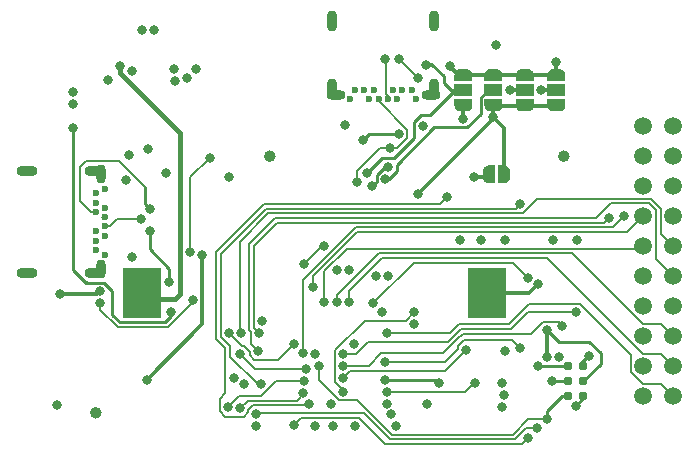
<source format=gbl>
G04 #@! TF.GenerationSoftware,KiCad,Pcbnew,(5.1.6-0-10_14)*
G04 #@! TF.CreationDate,2021-09-10T12:16:29-05:00*
G04 #@! TF.ProjectId,DFC_REV_D,4446435f-5245-4565-9f44-2e6b69636164,rev?*
G04 #@! TF.SameCoordinates,Original*
G04 #@! TF.FileFunction,Copper,L4,Bot*
G04 #@! TF.FilePolarity,Positive*
%FSLAX46Y46*%
G04 Gerber Fmt 4.6, Leading zero omitted, Abs format (unit mm)*
G04 Created by KiCad (PCBNEW (5.1.6-0-10_14)) date 2021-09-10 12:16:29*
%MOMM*%
%LPD*%
G01*
G04 APERTURE LIST*
G04 #@! TA.AperFunction,SMDPad,CuDef*
%ADD10C,0.100000*%
G04 #@! TD*
G04 #@! TA.AperFunction,SMDPad,CuDef*
%ADD11R,3.302000X4.318000*%
G04 #@! TD*
G04 #@! TA.AperFunction,ConnectorPad*
%ADD12C,0.787400*%
G04 #@! TD*
G04 #@! TA.AperFunction,ComponentPad*
%ADD13O,1.800000X0.900000*%
G04 #@! TD*
G04 #@! TA.AperFunction,ComponentPad*
%ADD14C,0.600000*%
G04 #@! TD*
G04 #@! TA.AperFunction,ComponentPad*
%ADD15O,0.800000X1.600000*%
G04 #@! TD*
G04 #@! TA.AperFunction,ComponentPad*
%ADD16O,0.900000X1.800000*%
G04 #@! TD*
G04 #@! TA.AperFunction,ComponentPad*
%ADD17O,1.600000X0.800000*%
G04 #@! TD*
G04 #@! TA.AperFunction,ComponentPad*
%ADD18C,1.498600*%
G04 #@! TD*
G04 #@! TA.AperFunction,SMDPad,CuDef*
%ADD19R,1.500000X1.000000*%
G04 #@! TD*
G04 #@! TA.AperFunction,ViaPad*
%ADD20C,0.800000*%
G04 #@! TD*
G04 #@! TA.AperFunction,Conductor*
%ADD21C,0.250000*%
G04 #@! TD*
G04 #@! TA.AperFunction,Conductor*
%ADD22C,0.320000*%
G04 #@! TD*
G04 #@! TA.AperFunction,Conductor*
%ADD23C,0.406400*%
G04 #@! TD*
G04 #@! TA.AperFunction,Conductor*
%ADD24C,0.200000*%
G04 #@! TD*
G04 #@! TA.AperFunction,Conductor*
%ADD25C,0.152400*%
G04 #@! TD*
G04 APERTURE END LIST*
G04 #@! TA.AperFunction,SMDPad,CuDef*
D10*
G36*
X165115000Y-90055602D02*
G01*
X165139534Y-90055602D01*
X165188365Y-90060412D01*
X165236490Y-90069984D01*
X165283445Y-90084228D01*
X165328778Y-90103005D01*
X165372051Y-90126136D01*
X165412850Y-90153396D01*
X165450779Y-90184524D01*
X165485476Y-90219221D01*
X165516604Y-90257150D01*
X165543864Y-90297949D01*
X165566995Y-90341222D01*
X165585772Y-90386555D01*
X165600016Y-90433510D01*
X165609588Y-90481635D01*
X165614398Y-90530466D01*
X165614398Y-90555000D01*
X165615000Y-90555000D01*
X165615000Y-91055000D01*
X165614398Y-91055000D01*
X165614398Y-91079534D01*
X165609588Y-91128365D01*
X165600016Y-91176490D01*
X165585772Y-91223445D01*
X165566995Y-91268778D01*
X165543864Y-91312051D01*
X165516604Y-91352850D01*
X165485476Y-91390779D01*
X165450779Y-91425476D01*
X165412850Y-91456604D01*
X165372051Y-91483864D01*
X165328778Y-91506995D01*
X165283445Y-91525772D01*
X165236490Y-91540016D01*
X165188365Y-91549588D01*
X165139534Y-91554398D01*
X165115000Y-91554398D01*
X165115000Y-91555000D01*
X164615000Y-91555000D01*
X164615000Y-90055000D01*
X165115000Y-90055000D01*
X165115000Y-90055602D01*
G37*
G04 #@! TD.AperFunction*
G04 #@! TA.AperFunction,SMDPad,CuDef*
G36*
X164315000Y-91555000D02*
G01*
X163815000Y-91555000D01*
X163815000Y-91554398D01*
X163790466Y-91554398D01*
X163741635Y-91549588D01*
X163693510Y-91540016D01*
X163646555Y-91525772D01*
X163601222Y-91506995D01*
X163557949Y-91483864D01*
X163517150Y-91456604D01*
X163479221Y-91425476D01*
X163444524Y-91390779D01*
X163413396Y-91352850D01*
X163386136Y-91312051D01*
X163363005Y-91268778D01*
X163344228Y-91223445D01*
X163329984Y-91176490D01*
X163320412Y-91128365D01*
X163315602Y-91079534D01*
X163315602Y-91055000D01*
X163315000Y-91055000D01*
X163315000Y-90555000D01*
X163315602Y-90555000D01*
X163315602Y-90530466D01*
X163320412Y-90481635D01*
X163329984Y-90433510D01*
X163344228Y-90386555D01*
X163363005Y-90341222D01*
X163386136Y-90297949D01*
X163413396Y-90257150D01*
X163444524Y-90219221D01*
X163479221Y-90184524D01*
X163517150Y-90153396D01*
X163557949Y-90126136D01*
X163601222Y-90103005D01*
X163646555Y-90084228D01*
X163693510Y-90069984D01*
X163741635Y-90060412D01*
X163790466Y-90055602D01*
X163815000Y-90055602D01*
X163815000Y-90055000D01*
X164315000Y-90055000D01*
X164315000Y-91555000D01*
G37*
G04 #@! TD.AperFunction*
D11*
X134493000Y-100838000D03*
X163703000Y-100838000D03*
D12*
X171831000Y-107061000D03*
X170561000Y-107061000D03*
X171831000Y-108331000D03*
X170561000Y-108331000D03*
X171831000Y-109601000D03*
X170561000Y-109601000D03*
G04 #@! TA.AperFunction,SMDPad,CuDef*
G36*
G01*
X144788000Y-89281000D02*
X144788000Y-89281000D01*
G75*
G02*
X145288000Y-88781000I500000J0D01*
G01*
X145288000Y-88781000D01*
G75*
G02*
X145788000Y-89281000I0J-500000D01*
G01*
X145788000Y-89281000D01*
G75*
G02*
X145288000Y-89781000I-500000J0D01*
G01*
X145288000Y-89781000D01*
G75*
G02*
X144788000Y-89281000I0J500000D01*
G01*
G37*
G04 #@! TD.AperFunction*
G04 #@! TA.AperFunction,SMDPad,CuDef*
G36*
G01*
X130056000Y-110998000D02*
X130056000Y-110998000D01*
G75*
G02*
X130556000Y-110498000I500000J0D01*
G01*
X130556000Y-110498000D01*
G75*
G02*
X131056000Y-110998000I0J-500000D01*
G01*
X131056000Y-110998000D01*
G75*
G02*
X130556000Y-111498000I-500000J0D01*
G01*
X130556000Y-111498000D01*
G75*
G02*
X130056000Y-110998000I0J500000D01*
G01*
G37*
G04 #@! TD.AperFunction*
G04 #@! TA.AperFunction,SMDPad,CuDef*
G36*
G01*
X169680000Y-89281000D02*
X169680000Y-89281000D01*
G75*
G02*
X170180000Y-88781000I500000J0D01*
G01*
X170180000Y-88781000D01*
G75*
G02*
X170680000Y-89281000I0J-500000D01*
G01*
X170680000Y-89281000D01*
G75*
G02*
X170180000Y-89781000I-500000J0D01*
G01*
X170180000Y-89781000D01*
G75*
G02*
X169680000Y-89281000I0J500000D01*
G01*
G37*
G04 #@! TD.AperFunction*
D13*
X124753400Y-99155000D03*
X124753400Y-90495000D03*
D14*
X130603400Y-97225000D03*
X130603400Y-96425000D03*
X130603400Y-95625000D03*
X130603400Y-92425000D03*
X130603400Y-93225000D03*
X130603400Y-94025000D03*
X131303400Y-97625000D03*
X131303400Y-96025000D03*
X131303400Y-95225000D03*
X131303400Y-92025000D03*
X131303400Y-93625000D03*
D15*
X130953400Y-90820000D03*
D14*
X131303400Y-94425000D03*
D15*
X130953400Y-98830000D03*
D13*
X130453400Y-99155000D03*
X130453400Y-90495000D03*
D16*
X159221500Y-83565000D03*
X150561500Y-83565000D03*
D17*
X150886500Y-84065000D03*
D14*
X155291500Y-84415000D03*
D17*
X158896500Y-84065000D03*
D14*
X156091500Y-84415000D03*
X157691500Y-84415000D03*
X154491500Y-84415000D03*
X153691500Y-84415000D03*
X152091500Y-84415000D03*
X155691500Y-83715000D03*
X156491500Y-83715000D03*
X157291500Y-83715000D03*
X154091500Y-83715000D03*
X153291500Y-83715000D03*
X152491500Y-83715000D03*
D16*
X159221500Y-77865000D03*
X150561500Y-77865000D03*
D18*
X179451000Y-86741000D03*
X176911000Y-86741000D03*
X179451000Y-89281000D03*
X176911000Y-89281000D03*
X179451000Y-91821000D03*
X176911000Y-91821000D03*
X179451000Y-94361000D03*
X176911000Y-94361000D03*
X179451000Y-96901000D03*
X176911000Y-96901000D03*
X179451000Y-99441000D03*
X176911000Y-99441000D03*
X179451000Y-101981000D03*
X176911000Y-101981000D03*
X179451000Y-104521000D03*
X176911000Y-104521000D03*
X179451000Y-107061000D03*
X176911000Y-107061000D03*
X179451000Y-109601000D03*
X176911000Y-109601000D03*
D19*
X161671000Y-83693000D03*
G04 #@! TA.AperFunction,SMDPad,CuDef*
D10*
G36*
X162420398Y-84993000D02*
G01*
X162420398Y-85017534D01*
X162415588Y-85066365D01*
X162406016Y-85114490D01*
X162391772Y-85161445D01*
X162372995Y-85206778D01*
X162349864Y-85250051D01*
X162322604Y-85290850D01*
X162291476Y-85328779D01*
X162256779Y-85363476D01*
X162218850Y-85394604D01*
X162178051Y-85421864D01*
X162134778Y-85444995D01*
X162089445Y-85463772D01*
X162042490Y-85478016D01*
X161994365Y-85487588D01*
X161945534Y-85492398D01*
X161921000Y-85492398D01*
X161921000Y-85493000D01*
X161421000Y-85493000D01*
X161421000Y-85492398D01*
X161396466Y-85492398D01*
X161347635Y-85487588D01*
X161299510Y-85478016D01*
X161252555Y-85463772D01*
X161207222Y-85444995D01*
X161163949Y-85421864D01*
X161123150Y-85394604D01*
X161085221Y-85363476D01*
X161050524Y-85328779D01*
X161019396Y-85290850D01*
X160992136Y-85250051D01*
X160969005Y-85206778D01*
X160950228Y-85161445D01*
X160935984Y-85114490D01*
X160926412Y-85066365D01*
X160921602Y-85017534D01*
X160921602Y-84993000D01*
X160921000Y-84993000D01*
X160921000Y-84443000D01*
X162421000Y-84443000D01*
X162421000Y-84993000D01*
X162420398Y-84993000D01*
G37*
G04 #@! TD.AperFunction*
G04 #@! TA.AperFunction,SMDPad,CuDef*
G36*
X160921000Y-82943000D02*
G01*
X160921000Y-82393000D01*
X160921602Y-82393000D01*
X160921602Y-82368466D01*
X160926412Y-82319635D01*
X160935984Y-82271510D01*
X160950228Y-82224555D01*
X160969005Y-82179222D01*
X160992136Y-82135949D01*
X161019396Y-82095150D01*
X161050524Y-82057221D01*
X161085221Y-82022524D01*
X161123150Y-81991396D01*
X161163949Y-81964136D01*
X161207222Y-81941005D01*
X161252555Y-81922228D01*
X161299510Y-81907984D01*
X161347635Y-81898412D01*
X161396466Y-81893602D01*
X161421000Y-81893602D01*
X161421000Y-81893000D01*
X161921000Y-81893000D01*
X161921000Y-81893602D01*
X161945534Y-81893602D01*
X161994365Y-81898412D01*
X162042490Y-81907984D01*
X162089445Y-81922228D01*
X162134778Y-81941005D01*
X162178051Y-81964136D01*
X162218850Y-81991396D01*
X162256779Y-82022524D01*
X162291476Y-82057221D01*
X162322604Y-82095150D01*
X162349864Y-82135949D01*
X162372995Y-82179222D01*
X162391772Y-82224555D01*
X162406016Y-82271510D01*
X162415588Y-82319635D01*
X162420398Y-82368466D01*
X162420398Y-82393000D01*
X162421000Y-82393000D01*
X162421000Y-82943000D01*
X160921000Y-82943000D01*
G37*
G04 #@! TD.AperFunction*
D19*
X164211000Y-83693000D03*
G04 #@! TA.AperFunction,SMDPad,CuDef*
D10*
G36*
X164960398Y-84993000D02*
G01*
X164960398Y-85017534D01*
X164955588Y-85066365D01*
X164946016Y-85114490D01*
X164931772Y-85161445D01*
X164912995Y-85206778D01*
X164889864Y-85250051D01*
X164862604Y-85290850D01*
X164831476Y-85328779D01*
X164796779Y-85363476D01*
X164758850Y-85394604D01*
X164718051Y-85421864D01*
X164674778Y-85444995D01*
X164629445Y-85463772D01*
X164582490Y-85478016D01*
X164534365Y-85487588D01*
X164485534Y-85492398D01*
X164461000Y-85492398D01*
X164461000Y-85493000D01*
X163961000Y-85493000D01*
X163961000Y-85492398D01*
X163936466Y-85492398D01*
X163887635Y-85487588D01*
X163839510Y-85478016D01*
X163792555Y-85463772D01*
X163747222Y-85444995D01*
X163703949Y-85421864D01*
X163663150Y-85394604D01*
X163625221Y-85363476D01*
X163590524Y-85328779D01*
X163559396Y-85290850D01*
X163532136Y-85250051D01*
X163509005Y-85206778D01*
X163490228Y-85161445D01*
X163475984Y-85114490D01*
X163466412Y-85066365D01*
X163461602Y-85017534D01*
X163461602Y-84993000D01*
X163461000Y-84993000D01*
X163461000Y-84443000D01*
X164961000Y-84443000D01*
X164961000Y-84993000D01*
X164960398Y-84993000D01*
G37*
G04 #@! TD.AperFunction*
G04 #@! TA.AperFunction,SMDPad,CuDef*
G36*
X163461000Y-82943000D02*
G01*
X163461000Y-82393000D01*
X163461602Y-82393000D01*
X163461602Y-82368466D01*
X163466412Y-82319635D01*
X163475984Y-82271510D01*
X163490228Y-82224555D01*
X163509005Y-82179222D01*
X163532136Y-82135949D01*
X163559396Y-82095150D01*
X163590524Y-82057221D01*
X163625221Y-82022524D01*
X163663150Y-81991396D01*
X163703949Y-81964136D01*
X163747222Y-81941005D01*
X163792555Y-81922228D01*
X163839510Y-81907984D01*
X163887635Y-81898412D01*
X163936466Y-81893602D01*
X163961000Y-81893602D01*
X163961000Y-81893000D01*
X164461000Y-81893000D01*
X164461000Y-81893602D01*
X164485534Y-81893602D01*
X164534365Y-81898412D01*
X164582490Y-81907984D01*
X164629445Y-81922228D01*
X164674778Y-81941005D01*
X164718051Y-81964136D01*
X164758850Y-81991396D01*
X164796779Y-82022524D01*
X164831476Y-82057221D01*
X164862604Y-82095150D01*
X164889864Y-82135949D01*
X164912995Y-82179222D01*
X164931772Y-82224555D01*
X164946016Y-82271510D01*
X164955588Y-82319635D01*
X164960398Y-82368466D01*
X164960398Y-82393000D01*
X164961000Y-82393000D01*
X164961000Y-82943000D01*
X163461000Y-82943000D01*
G37*
G04 #@! TD.AperFunction*
D19*
X169545000Y-83693000D03*
G04 #@! TA.AperFunction,SMDPad,CuDef*
D10*
G36*
X168795602Y-82393000D02*
G01*
X168795602Y-82368466D01*
X168800412Y-82319635D01*
X168809984Y-82271510D01*
X168824228Y-82224555D01*
X168843005Y-82179222D01*
X168866136Y-82135949D01*
X168893396Y-82095150D01*
X168924524Y-82057221D01*
X168959221Y-82022524D01*
X168997150Y-81991396D01*
X169037949Y-81964136D01*
X169081222Y-81941005D01*
X169126555Y-81922228D01*
X169173510Y-81907984D01*
X169221635Y-81898412D01*
X169270466Y-81893602D01*
X169295000Y-81893602D01*
X169295000Y-81893000D01*
X169795000Y-81893000D01*
X169795000Y-81893602D01*
X169819534Y-81893602D01*
X169868365Y-81898412D01*
X169916490Y-81907984D01*
X169963445Y-81922228D01*
X170008778Y-81941005D01*
X170052051Y-81964136D01*
X170092850Y-81991396D01*
X170130779Y-82022524D01*
X170165476Y-82057221D01*
X170196604Y-82095150D01*
X170223864Y-82135949D01*
X170246995Y-82179222D01*
X170265772Y-82224555D01*
X170280016Y-82271510D01*
X170289588Y-82319635D01*
X170294398Y-82368466D01*
X170294398Y-82393000D01*
X170295000Y-82393000D01*
X170295000Y-82943000D01*
X168795000Y-82943000D01*
X168795000Y-82393000D01*
X168795602Y-82393000D01*
G37*
G04 #@! TD.AperFunction*
G04 #@! TA.AperFunction,SMDPad,CuDef*
G36*
X170295000Y-84443000D02*
G01*
X170295000Y-84993000D01*
X170294398Y-84993000D01*
X170294398Y-85017534D01*
X170289588Y-85066365D01*
X170280016Y-85114490D01*
X170265772Y-85161445D01*
X170246995Y-85206778D01*
X170223864Y-85250051D01*
X170196604Y-85290850D01*
X170165476Y-85328779D01*
X170130779Y-85363476D01*
X170092850Y-85394604D01*
X170052051Y-85421864D01*
X170008778Y-85444995D01*
X169963445Y-85463772D01*
X169916490Y-85478016D01*
X169868365Y-85487588D01*
X169819534Y-85492398D01*
X169795000Y-85492398D01*
X169795000Y-85493000D01*
X169295000Y-85493000D01*
X169295000Y-85492398D01*
X169270466Y-85492398D01*
X169221635Y-85487588D01*
X169173510Y-85478016D01*
X169126555Y-85463772D01*
X169081222Y-85444995D01*
X169037949Y-85421864D01*
X168997150Y-85394604D01*
X168959221Y-85363476D01*
X168924524Y-85328779D01*
X168893396Y-85290850D01*
X168866136Y-85250051D01*
X168843005Y-85206778D01*
X168824228Y-85161445D01*
X168809984Y-85114490D01*
X168800412Y-85066365D01*
X168795602Y-85017534D01*
X168795602Y-84993000D01*
X168795000Y-84993000D01*
X168795000Y-84443000D01*
X170295000Y-84443000D01*
G37*
G04 #@! TD.AperFunction*
G04 #@! TA.AperFunction,SMDPad,CuDef*
G36*
X166128000Y-82943000D02*
G01*
X166128000Y-82393000D01*
X166128602Y-82393000D01*
X166128602Y-82368466D01*
X166133412Y-82319635D01*
X166142984Y-82271510D01*
X166157228Y-82224555D01*
X166176005Y-82179222D01*
X166199136Y-82135949D01*
X166226396Y-82095150D01*
X166257524Y-82057221D01*
X166292221Y-82022524D01*
X166330150Y-81991396D01*
X166370949Y-81964136D01*
X166414222Y-81941005D01*
X166459555Y-81922228D01*
X166506510Y-81907984D01*
X166554635Y-81898412D01*
X166603466Y-81893602D01*
X166628000Y-81893602D01*
X166628000Y-81893000D01*
X167128000Y-81893000D01*
X167128000Y-81893602D01*
X167152534Y-81893602D01*
X167201365Y-81898412D01*
X167249490Y-81907984D01*
X167296445Y-81922228D01*
X167341778Y-81941005D01*
X167385051Y-81964136D01*
X167425850Y-81991396D01*
X167463779Y-82022524D01*
X167498476Y-82057221D01*
X167529604Y-82095150D01*
X167556864Y-82135949D01*
X167579995Y-82179222D01*
X167598772Y-82224555D01*
X167613016Y-82271510D01*
X167622588Y-82319635D01*
X167627398Y-82368466D01*
X167627398Y-82393000D01*
X167628000Y-82393000D01*
X167628000Y-82943000D01*
X166128000Y-82943000D01*
G37*
G04 #@! TD.AperFunction*
G04 #@! TA.AperFunction,SMDPad,CuDef*
G36*
X167627398Y-84993000D02*
G01*
X167627398Y-85017534D01*
X167622588Y-85066365D01*
X167613016Y-85114490D01*
X167598772Y-85161445D01*
X167579995Y-85206778D01*
X167556864Y-85250051D01*
X167529604Y-85290850D01*
X167498476Y-85328779D01*
X167463779Y-85363476D01*
X167425850Y-85394604D01*
X167385051Y-85421864D01*
X167341778Y-85444995D01*
X167296445Y-85463772D01*
X167249490Y-85478016D01*
X167201365Y-85487588D01*
X167152534Y-85492398D01*
X167128000Y-85492398D01*
X167128000Y-85493000D01*
X166628000Y-85493000D01*
X166628000Y-85492398D01*
X166603466Y-85492398D01*
X166554635Y-85487588D01*
X166506510Y-85478016D01*
X166459555Y-85463772D01*
X166414222Y-85444995D01*
X166370949Y-85421864D01*
X166330150Y-85394604D01*
X166292221Y-85363476D01*
X166257524Y-85328779D01*
X166226396Y-85290850D01*
X166199136Y-85250051D01*
X166176005Y-85206778D01*
X166157228Y-85161445D01*
X166142984Y-85114490D01*
X166133412Y-85066365D01*
X166128602Y-85017534D01*
X166128602Y-84993000D01*
X166128000Y-84993000D01*
X166128000Y-84443000D01*
X167628000Y-84443000D01*
X167628000Y-84993000D01*
X167627398Y-84993000D01*
G37*
G04 #@! TD.AperFunction*
D19*
X166878000Y-83693000D03*
D20*
X149860000Y-96901000D03*
X148209000Y-98425000D03*
X168021000Y-100076000D03*
X152400000Y-105156000D03*
X165227000Y-105791000D03*
X152527000Y-112141000D03*
X133096000Y-91313000D03*
X158242000Y-86741000D03*
X151638000Y-86614000D03*
X149098000Y-112141000D03*
X144145000Y-112141000D03*
X150495000Y-110236000D03*
X155194000Y-110236000D03*
X141859000Y-91059000D03*
X155321000Y-99441000D03*
X152019000Y-98933000D03*
X154813000Y-102489000D03*
X157480000Y-103505000D03*
X158623000Y-110236000D03*
X135001000Y-88646000D03*
X136525000Y-90678000D03*
X137160000Y-81915000D03*
X139065000Y-81915000D03*
X169291000Y-96393000D03*
X171323000Y-96393000D03*
X164465000Y-79883000D03*
X127254000Y-110363000D03*
X128651000Y-83820000D03*
X155956000Y-112141000D03*
X133604000Y-97790000D03*
X149098000Y-106045000D03*
X144653000Y-103251000D03*
X143129000Y-108585000D03*
X155575000Y-111125000D03*
X150622000Y-112141000D03*
X164973000Y-108458000D03*
X164973000Y-110490000D03*
X161417000Y-96393000D03*
X163195000Y-96393000D03*
X165227000Y-96393000D03*
X171196000Y-110426500D03*
X135509000Y-78613000D03*
X142240000Y-108077000D03*
X137287000Y-82931000D03*
X133604000Y-82042000D03*
X151003000Y-98933000D03*
X154305000Y-99441000D03*
X133350000Y-89154000D03*
X131572000Y-82804000D03*
X128651000Y-84836000D03*
X165100000Y-109474000D03*
X169799000Y-106299000D03*
X172339000Y-106172000D03*
X134493000Y-78613000D03*
X138303000Y-82677000D03*
X132588000Y-81661000D03*
X144526000Y-108585000D03*
X168783000Y-106299000D03*
X168783000Y-104013000D03*
X166497000Y-93345000D03*
X144272000Y-105791000D03*
X144399000Y-104267000D03*
X173990000Y-94488000D03*
X142875000Y-104267000D03*
X141859000Y-104267000D03*
X147320000Y-105156000D03*
X136906000Y-102489000D03*
X128651000Y-86868000D03*
X168783000Y-111506000D03*
X149479000Y-107061000D03*
X167894000Y-112268000D03*
X144145000Y-111125000D03*
X169164000Y-108331000D03*
X167132000Y-113157000D03*
X147320000Y-112014000D03*
X168021000Y-107061000D03*
X148082000Y-109347000D03*
X142748000Y-110617000D03*
X148209000Y-108331000D03*
X141732000Y-110490000D03*
X148336000Y-107315000D03*
X142748000Y-106045000D03*
X155067000Y-108204000D03*
X159639000Y-108458000D03*
X130937000Y-100711000D03*
X127508000Y-100965000D03*
X169545000Y-81280000D03*
X160528000Y-81661000D03*
X134874000Y-108204000D03*
X161671000Y-86106000D03*
X164211000Y-85979000D03*
X139573000Y-97663000D03*
X157861000Y-92456000D03*
X162560000Y-91059000D03*
X155194000Y-109220000D03*
X162687000Y-108458000D03*
X161925000Y-105664000D03*
X151511000Y-108077000D03*
X157480000Y-102489000D03*
X151511000Y-109220000D03*
X160274000Y-92710000D03*
X148590000Y-110236000D03*
X155067000Y-106680000D03*
X166497000Y-105537000D03*
X165608000Y-83693000D03*
X155498482Y-88569482D03*
X152654000Y-91440000D03*
X134366000Y-94615000D03*
X130937000Y-101711003D03*
X138811000Y-101473000D03*
X168275000Y-83693000D03*
X155067000Y-81026000D03*
X135128000Y-95631000D03*
X155321000Y-90170000D03*
X153924000Y-91821000D03*
X136779000Y-99949000D03*
X157861000Y-82677000D03*
X156210000Y-81026000D03*
X135128000Y-93726000D03*
X153543000Y-90678000D03*
X158496000Y-81534000D03*
X155067000Y-91186000D03*
X153162000Y-87884000D03*
X156210000Y-87376000D03*
X154051000Y-101727000D03*
X167132000Y-99568000D03*
X138557000Y-97409000D03*
X140208000Y-89408000D03*
X155194000Y-104267000D03*
X152019000Y-101600000D03*
X151511000Y-106045000D03*
X171196000Y-102489000D03*
X150939500Y-101600000D03*
X149860000Y-101600000D03*
X148971000Y-100330000D03*
X148082000Y-105918000D03*
X175260000Y-94361000D03*
X151511000Y-107061000D03*
X170053000Y-103632000D03*
D21*
X171831000Y-109601000D02*
X171831000Y-109855000D01*
X171831000Y-109791500D02*
X171196000Y-110426500D01*
X171831000Y-109601000D02*
X171831000Y-109791500D01*
D22*
X167259000Y-100838000D02*
X168021000Y-100076000D01*
X163703000Y-100838000D02*
X167259000Y-100838000D01*
X171831000Y-107061000D02*
X171831000Y-106934000D01*
X171831000Y-107061000D02*
X171831000Y-106807000D01*
X171831000Y-106680000D02*
X172339000Y-106172000D01*
X171831000Y-107061000D02*
X171831000Y-106680000D01*
D23*
X132588000Y-82214738D02*
X132588000Y-81661000D01*
X137709201Y-87335939D02*
X132588000Y-82214738D01*
X134493000Y-100838000D02*
X135042201Y-101387201D01*
X137709201Y-100969537D02*
X137709201Y-87335939D01*
X137291537Y-101387201D02*
X137709201Y-100969537D01*
X135042201Y-101387201D02*
X137291537Y-101387201D01*
D24*
X141158999Y-104582999D02*
X141158999Y-97543302D01*
X141158999Y-97543302D02*
X144976301Y-93726000D01*
X166116000Y-93726000D02*
X166497000Y-93345000D01*
X144976301Y-93726000D02*
X166116000Y-93726000D01*
X141924011Y-105348011D02*
X141158999Y-104582999D01*
X141924011Y-106257013D02*
X141924011Y-105348011D01*
X144251998Y-108585000D02*
X141924011Y-106257013D01*
X144526000Y-108585000D02*
X144251998Y-108585000D01*
D21*
X173318001Y-106843999D02*
X171831000Y-108331000D01*
X173318001Y-105950999D02*
X173318001Y-106843999D01*
X169740699Y-104970699D02*
X172337701Y-104970699D01*
X172337701Y-104970699D02*
X173318001Y-105950999D01*
X168783000Y-104013000D02*
X169740699Y-104970699D01*
D22*
X168783000Y-104013000D02*
X168783000Y-106299000D01*
D24*
X143552989Y-103986688D02*
X143552989Y-96731011D01*
X143698999Y-104132698D02*
X143552989Y-103986688D01*
X143698999Y-105217999D02*
X143698999Y-104132698D01*
X143552989Y-96731011D02*
X145757980Y-94526020D01*
X144272000Y-105791000D02*
X143698999Y-105217999D01*
X172917602Y-94526020D02*
X145757980Y-94526020D01*
X177960301Y-93857335D02*
X177373277Y-93270311D01*
X177960301Y-97950301D02*
X177960301Y-93857335D01*
X179451000Y-99441000D02*
X177960301Y-97950301D01*
X174173311Y-93270311D02*
X172917602Y-94526020D01*
X177373277Y-93270311D02*
X174173311Y-93270311D01*
X173551970Y-94926030D02*
X173990000Y-94488000D01*
X145923668Y-94926030D02*
X173551970Y-94926030D01*
X143952999Y-96896699D02*
X145923668Y-94926030D01*
X143952999Y-103820999D02*
X143952999Y-96896699D01*
X144399000Y-104267000D02*
X143952999Y-103820999D01*
X142748000Y-104140000D02*
X142875000Y-104267000D01*
X166751992Y-94126010D02*
X145141990Y-94126010D01*
X179451000Y-96901000D02*
X178401699Y-95851699D01*
X142748000Y-96520000D02*
X142748000Y-104140000D01*
X168021000Y-92857002D02*
X166751992Y-94126010D01*
X145141990Y-94126010D02*
X142748000Y-96520000D01*
X168034299Y-92870301D02*
X168021000Y-92857002D01*
X177538965Y-92870301D02*
X168034299Y-92870301D01*
X178401699Y-93733035D02*
X177538965Y-92870301D01*
X178401699Y-95851699D02*
X178401699Y-93733035D01*
X142936999Y-105344999D02*
X143084001Y-105344999D01*
X143571999Y-106127001D02*
X143935999Y-106491001D01*
X143571999Y-105832997D02*
X143571999Y-106127001D01*
X143084001Y-105344999D02*
X143571999Y-105832997D01*
X145984999Y-106491001D02*
X147320000Y-105156000D01*
X143935999Y-106491001D02*
X145984999Y-106491001D01*
X141859000Y-104267000D02*
X142936999Y-105344999D01*
D21*
X129773725Y-99985999D02*
X129717736Y-99930010D01*
X128651000Y-98898629D02*
X128651000Y-86868000D01*
X129738370Y-99985999D02*
X128651000Y-98898629D01*
X129773725Y-99985999D02*
X129738370Y-99985999D01*
X136404001Y-103322001D02*
X136906000Y-102820002D01*
X131285001Y-99985999D02*
X131953000Y-100653998D01*
X131953000Y-102693002D02*
X132581999Y-103322001D01*
X131953000Y-100653998D02*
X131953000Y-102693002D01*
X136906000Y-102820002D02*
X136906000Y-102489000D01*
X132581999Y-103322001D02*
X136404001Y-103322001D01*
X129773725Y-99985999D02*
X131285001Y-99985999D01*
D24*
X168721001Y-111567999D02*
X168783000Y-111506000D01*
X167119300Y-111567999D02*
X168721001Y-111567999D01*
X165846299Y-112841001D02*
X167119300Y-111567999D01*
X155619999Y-112841001D02*
X165846299Y-112841001D01*
X152698998Y-109920001D02*
X155619999Y-112841001D01*
X151174999Y-109920001D02*
X152698998Y-109920001D01*
X149479000Y-108224002D02*
X151174999Y-109920001D01*
X149479000Y-107061000D02*
X149479000Y-108224002D01*
D21*
X168783000Y-110822225D02*
X168783000Y-111506000D01*
X170004225Y-109601000D02*
X168783000Y-110822225D01*
X170561000Y-109601000D02*
X170004225Y-109601000D01*
D24*
X144145000Y-111125000D02*
X144151310Y-111118690D01*
X144206999Y-111063001D02*
X144145000Y-111125000D01*
X153250150Y-111036851D02*
X155454310Y-113241011D01*
X144233149Y-111036851D02*
X153250150Y-111036851D01*
X144145000Y-111125000D02*
X144233149Y-111036851D01*
X166984998Y-112268000D02*
X167894000Y-112268000D01*
X166011987Y-113241011D02*
X166984998Y-112268000D01*
X155454310Y-113241011D02*
X166011987Y-113241011D01*
D21*
X170561000Y-108331000D02*
X169164000Y-108331000D01*
D24*
X147893001Y-111440999D02*
X147320000Y-112014000D01*
X152863001Y-111440999D02*
X147893001Y-111440999D01*
X153553001Y-112130999D02*
X152863001Y-111440999D01*
X153967981Y-112545979D02*
X153553001Y-112130999D01*
X167140400Y-113030000D02*
X167259000Y-113030000D01*
D21*
X168021000Y-107061000D02*
X170561000Y-107061000D01*
D24*
X166647979Y-113641021D02*
X167132000Y-113157000D01*
X155063023Y-113641021D02*
X166647979Y-113641021D01*
X153553001Y-112130999D02*
X155063023Y-113641021D01*
X143402010Y-109962990D02*
X142748000Y-110617000D01*
X147573008Y-109962990D02*
X143402010Y-109962990D01*
X148188998Y-109347000D02*
X147573008Y-109962990D01*
X148082000Y-109347000D02*
X148188998Y-109347000D01*
X142659020Y-109562980D02*
X141732000Y-110490000D01*
X144564020Y-109562980D02*
X142659020Y-109562980D01*
X145796000Y-108331000D02*
X144564020Y-109562980D01*
X148209000Y-108331000D02*
X145796000Y-108331000D01*
X144018000Y-107315000D02*
X142748000Y-106045000D01*
X148336000Y-107315000D02*
X144018000Y-107315000D01*
D21*
X159385000Y-108204000D02*
X159639000Y-108458000D01*
X155067000Y-108204000D02*
X159385000Y-108204000D01*
D22*
X169545000Y-82139000D02*
X169291000Y-82393000D01*
X169545000Y-81280000D02*
X169545000Y-82139000D01*
X169291000Y-82393000D02*
X161671000Y-82393000D01*
X161671000Y-82393000D02*
X161260000Y-82393000D01*
X161260000Y-82393000D02*
X160528000Y-81661000D01*
X130683000Y-100965000D02*
X130937000Y-100711000D01*
X127508000Y-100965000D02*
X130683000Y-100965000D01*
X161671000Y-86106000D02*
X161671000Y-84993000D01*
X169291000Y-84993000D02*
X164211000Y-84993000D01*
X139573000Y-103505000D02*
X134874000Y-108204000D01*
X139573000Y-97663000D02*
X139573000Y-103505000D01*
X164211000Y-86106000D02*
X164211000Y-85979000D01*
X157861000Y-92456000D02*
X164211000Y-86106000D01*
X164211000Y-84993000D02*
X164211000Y-85979000D01*
X165115000Y-86883000D02*
X164211000Y-85979000D01*
X165115000Y-90805000D02*
X165115000Y-86883000D01*
X163561000Y-91059000D02*
X163815000Y-90805000D01*
X162560000Y-91059000D02*
X163561000Y-91059000D01*
D24*
X155194000Y-109093000D02*
X155386001Y-109285001D01*
X162539998Y-108458000D02*
X162687000Y-108458000D01*
X161777998Y-109220000D02*
X162539998Y-108458000D01*
X155194000Y-109220000D02*
X161777998Y-109220000D01*
X151531002Y-108331000D02*
X151511000Y-108331000D01*
X160085001Y-107503999D02*
X161925000Y-105664000D01*
X152084001Y-107503999D02*
X160085001Y-107503999D01*
X151511000Y-108077000D02*
X152084001Y-107503999D01*
X151363998Y-109220000D02*
X151511000Y-109220000D01*
X156779999Y-103189001D02*
X157480000Y-102489000D01*
X153330997Y-103189001D02*
X156779999Y-103189001D01*
X150810999Y-108413001D02*
X150810999Y-105708999D01*
X151511000Y-109113002D02*
X150810999Y-108413001D01*
X150810999Y-105708999D02*
X153330997Y-103189001D01*
X151511000Y-109220000D02*
X151511000Y-109113002D01*
X140758989Y-97377613D02*
X144810612Y-93325990D01*
X140758989Y-104748688D02*
X140758989Y-97377613D01*
X141524001Y-105513699D02*
X140758989Y-104748688D01*
X141031999Y-110826001D02*
X141031999Y-109825003D01*
X141522999Y-111317001D02*
X141031999Y-110826001D01*
X141524001Y-109333001D02*
X141524001Y-105513699D01*
X143084001Y-111317001D02*
X141522999Y-111317001D01*
X143870998Y-110363000D02*
X143448001Y-110785997D01*
X141031999Y-109825003D02*
X141524001Y-109333001D01*
X148590000Y-110236000D02*
X148463000Y-110363000D01*
X143448001Y-110953001D02*
X143084001Y-111317001D01*
X143448001Y-110785997D02*
X143448001Y-110953001D01*
X148463000Y-110363000D02*
X143870998Y-110363000D01*
X159658010Y-93325990D02*
X160274000Y-92710000D01*
X144810612Y-93325990D02*
X159658010Y-93325990D01*
X161224999Y-105327999D02*
X161715999Y-104836999D01*
X161224999Y-105602001D02*
X161224999Y-105327999D01*
X160147000Y-106680000D02*
X161224999Y-105602001D01*
X155067000Y-106680000D02*
X160147000Y-106680000D01*
X165796999Y-104836999D02*
X166497000Y-105537000D01*
X161715999Y-104836999D02*
X165796999Y-104836999D01*
X156910001Y-87712001D02*
X156052520Y-88569482D01*
X156910001Y-87039999D02*
X156910001Y-87712001D01*
X156052520Y-88569482D02*
X155498482Y-88569482D01*
X154491500Y-84621498D02*
X156910001Y-87039999D01*
X154491500Y-84415000D02*
X154491500Y-84621498D01*
X131727664Y-95225000D02*
X132337664Y-94615000D01*
X131303400Y-95225000D02*
X131727664Y-95225000D01*
X132337664Y-94615000D02*
X134366000Y-94615000D01*
X154615516Y-88569482D02*
X155498482Y-88569482D01*
X152654000Y-90530998D02*
X154615516Y-88569482D01*
X152654000Y-91313000D02*
X152654000Y-90530998D01*
D22*
X165608000Y-83693000D02*
X166878000Y-83693000D01*
D24*
X138811000Y-101620002D02*
X138811000Y-101473000D01*
X136683991Y-103747011D02*
X138811000Y-101620002D01*
X132405955Y-103747011D02*
X136683991Y-103747011D01*
X130937000Y-102278056D02*
X132405955Y-103747011D01*
X130937000Y-101711003D02*
X130937000Y-102278056D01*
X131303400Y-94425000D02*
X131091402Y-94425000D01*
X135339011Y-95419989D02*
X135128000Y-95631000D01*
X155091499Y-81255501D02*
X155321000Y-81026000D01*
X155291500Y-84203002D02*
X155091499Y-84003001D01*
X155291500Y-84415000D02*
X155291500Y-84203002D01*
X155091499Y-81050499D02*
X155067000Y-81026000D01*
X155091499Y-84003001D02*
X155091499Y-81050499D01*
D21*
X153924000Y-91821000D02*
X153924000Y-91567000D01*
X154323999Y-90855999D02*
X155009998Y-90170000D01*
X154323999Y-91421001D02*
X154323999Y-90855999D01*
X155009998Y-90170000D02*
X155321000Y-90170000D01*
X153924000Y-91821000D02*
X154323999Y-91421001D01*
D22*
X168275000Y-83693000D02*
X169545000Y-83693000D01*
D21*
X136779013Y-99948987D02*
X136779000Y-99949000D01*
X136779013Y-98806123D02*
X136779013Y-99948987D01*
X135128000Y-97155110D02*
X136779013Y-98806123D01*
X135128000Y-95631000D02*
X135128000Y-97155110D01*
D24*
X157861000Y-82677000D02*
X156210000Y-81026000D01*
X132538992Y-89719990D02*
X134747000Y-91927998D01*
X129717736Y-89719990D02*
X132538992Y-89719990D01*
X129253390Y-90184336D02*
X129717736Y-89719990D01*
X129253390Y-93099254D02*
X129253390Y-90184336D01*
X130179136Y-94025000D02*
X129253390Y-93099254D01*
X130603400Y-94025000D02*
X130179136Y-94025000D01*
D21*
X134747000Y-93345000D02*
X135128000Y-93726000D01*
X134747000Y-91927998D02*
X134747000Y-93345000D01*
X153543000Y-90678000D02*
X154776001Y-89444999D01*
D22*
X158496000Y-81534000D02*
X159061685Y-81534000D01*
D21*
X158851501Y-85815001D02*
X160973502Y-83693000D01*
X158094997Y-85815001D02*
X158851501Y-85815001D01*
X157516999Y-86392999D02*
X158094997Y-85815001D01*
X157516999Y-87706057D02*
X157516999Y-86392999D01*
X155778057Y-89444999D02*
X157516999Y-87706057D01*
X160021510Y-82493825D02*
X159061685Y-81534000D01*
X154776001Y-89444999D02*
X155778057Y-89444999D01*
X160973502Y-83693000D02*
X161671000Y-83693000D01*
X160671000Y-83693000D02*
X161671000Y-83693000D01*
X160021510Y-83043510D02*
X160671000Y-83693000D01*
X160021510Y-82493825D02*
X160021510Y-83043510D01*
X163751364Y-83693000D02*
X164211000Y-83693000D01*
X163135990Y-84308374D02*
X163751364Y-83693000D01*
X163135990Y-85714012D02*
X163135990Y-84308374D01*
X162019001Y-86831001D02*
X159225001Y-86831001D01*
X163135990Y-85714012D02*
X162019001Y-86831001D01*
X155378002Y-91186000D02*
X155067000Y-91186000D01*
X156046001Y-90518001D02*
X155378002Y-91186000D01*
X156046001Y-90010001D02*
X156046001Y-90518001D01*
X159225001Y-86831001D02*
X156046001Y-90010001D01*
X153670000Y-87376000D02*
X153162000Y-87884000D01*
X156210000Y-87376000D02*
X153670000Y-87376000D01*
D24*
X167132000Y-99568000D02*
X165857031Y-98293031D01*
X157484969Y-98293031D02*
X154051000Y-101727000D01*
X165857031Y-98293031D02*
X157484969Y-98293031D01*
X160539604Y-104267000D02*
X161301604Y-103505000D01*
X155194000Y-104267000D02*
X160539604Y-104267000D01*
X178401699Y-108551699D02*
X179451000Y-109601000D01*
X176848733Y-108551699D02*
X178401699Y-108551699D01*
X175861699Y-107564665D02*
X176848733Y-108551699D01*
X171532001Y-101788999D02*
X175861699Y-106118697D01*
X165529645Y-103505000D02*
X167245646Y-101788999D01*
X175861699Y-106118697D02*
X175861699Y-107564665D01*
X167245646Y-101788999D02*
X171532001Y-101788999D01*
X161301604Y-103505000D02*
X165529645Y-103505000D01*
X168730055Y-97893021D02*
X176848733Y-106011699D01*
X178401699Y-106011699D02*
X179451000Y-107061000D01*
X176848733Y-106011699D02*
X178401699Y-106011699D01*
X154816977Y-97893021D02*
X152019000Y-100690998D01*
X152019000Y-100690998D02*
X152019000Y-101600000D01*
X168730055Y-97893021D02*
X154816977Y-97893021D01*
X151511000Y-106045000D02*
X151576001Y-105979999D01*
X167111343Y-102489000D02*
X171196000Y-102489000D01*
X165671354Y-103928989D02*
X167111343Y-102489000D01*
X161443313Y-103928989D02*
X165671354Y-103928989D01*
X151511000Y-106045000D02*
X152547002Y-106045000D01*
X152547002Y-106045000D02*
X153625001Y-104967001D01*
X160405301Y-104967001D02*
X161443313Y-103928989D01*
X153625001Y-104967001D02*
X160405301Y-104967001D01*
X176848733Y-103471699D02*
X178401699Y-103471699D01*
X170870045Y-97493011D02*
X176848733Y-103471699D01*
X178401699Y-103471699D02*
X179451000Y-104521000D01*
X154494991Y-97493011D02*
X150939500Y-101048502D01*
X150939500Y-101048502D02*
X150939500Y-101600000D01*
X170870045Y-97493011D02*
X154494991Y-97493011D01*
X149860000Y-99039998D02*
X149860000Y-99441000D01*
X151806997Y-97093001D02*
X149860000Y-99039998D01*
X176718999Y-97093001D02*
X151806997Y-97093001D01*
X176911000Y-96901000D02*
X176718999Y-97093001D01*
X149860000Y-101600000D02*
X149860000Y-99441000D01*
X149860000Y-99441000D02*
X149860000Y-99334002D01*
D25*
X152651158Y-95716799D02*
X148971000Y-99396957D01*
X148971000Y-99396957D02*
X148971000Y-100330000D01*
X175555201Y-95716799D02*
X152651158Y-95716799D01*
X176911000Y-94361000D02*
X175555201Y-95716799D01*
D24*
X148209000Y-105918000D02*
X148082000Y-106045000D01*
X148082000Y-105918000D02*
X148209000Y-105791000D01*
D25*
X148082000Y-99787575D02*
X148082000Y-105918000D01*
X152567335Y-95302240D02*
X148082000Y-99787575D01*
X174318760Y-95302240D02*
X152567335Y-95302240D01*
X175260000Y-94361000D02*
X174318760Y-95302240D01*
D24*
X154730999Y-105979999D02*
X159958001Y-105979999D01*
X161417000Y-104521000D02*
X161466299Y-104521000D01*
X161466299Y-104521000D02*
X161658300Y-104328999D01*
X159958001Y-105979999D02*
X161417000Y-104521000D01*
X153649998Y-107061000D02*
X154730999Y-105979999D01*
X151511000Y-107061000D02*
X153649998Y-107061000D01*
X168446999Y-103312999D02*
X169733999Y-103312999D01*
X167430999Y-104328999D02*
X168446999Y-103312999D01*
X169733999Y-103312999D02*
X170053000Y-103632000D01*
X161658300Y-104328999D02*
X167430999Y-104328999D01*
X149733000Y-96901000D02*
X149860000Y-96901000D01*
X148209000Y-98425000D02*
X149733000Y-96901000D01*
X138557000Y-91059000D02*
X140208000Y-89408000D01*
X138557000Y-97409000D02*
X138557000Y-91059000D01*
M02*

</source>
